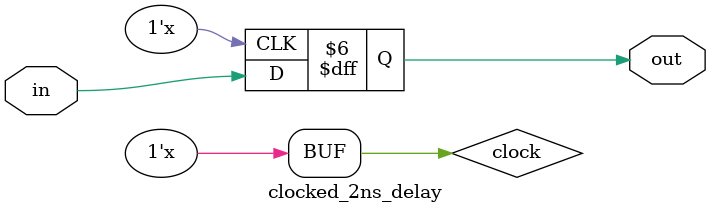
<source format=v>

`timescale 1ns / 1ps

module clocked_1ns_delay #(
	parameter WIDTH = 1
) (
	input [WIDTH-1:0] in,
	output reg [WIDTH-1:0] out
);
	reg clock = 0;
	always @(posedge clock) begin
		out <= in;
	end
	initial begin
		clock <= 0;
	end
	always begin
		#0.5;
		clock <= ~clock;
	end
endmodule

module clocked_2ns_delay #(
	parameter WIDTH = 1
) (
	input [WIDTH-1:0] in,
	output reg [WIDTH-1:0] out
);
	reg clock = 0;
	always @(posedge clock) begin
		out <= in;
	end
	initial begin
		clock <= 0;
	end
	always begin
		#1;
		clock <= ~clock;
	end
endmodule

//module cable_1ns_delay #(
//	WIDTH = 1
//) (
//	input [WIDTH-1:0] in,
//	output reg [WIDTH-1:0] out
//);
//	always begin
//		out <= #1 in;
//	end
//endmodule

//module cable_delay #(
//	parameter DELAY_NS = 1.0,
//	WIDTH = 1
//) (
//	input [WIDTH-1:0] in,
//	output reg [WIDTH-1:0] out
//);
//	always begin
//		out <= #(DELAY_NS) in;
//	end
//endmodule


</source>
